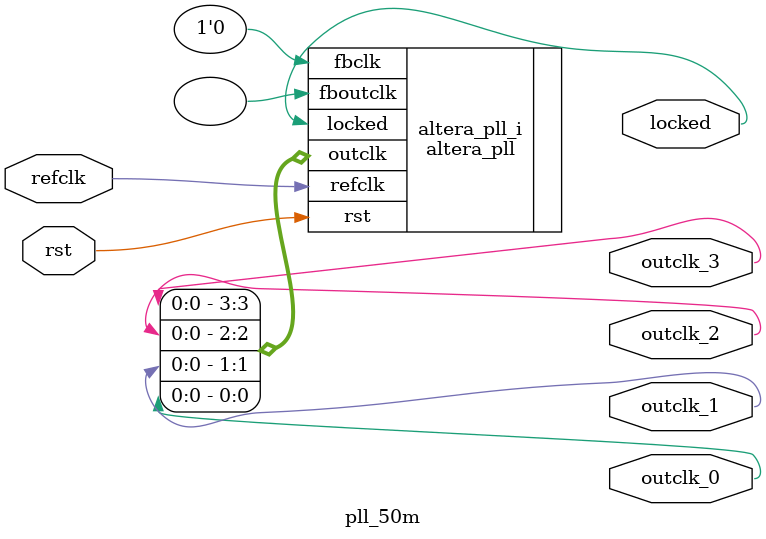
<source format=v>
`timescale 1ns/10ps
module  pll_50m(

    // interface 'refclk'
    input wire refclk,

    // interface 'reset'
    input wire rst,

    // interface 'outclk0'
    output wire outclk_0,

    // interface 'outclk1'
    output wire outclk_1,

    // interface 'outclk2'
    output wire outclk_2,

    // interface 'outclk3'
    output wire outclk_3,

    // interface 'locked'
    output wire locked
);

    altera_pll #(
        .fractional_vco_multiplier("false"),
        .reference_clock_frequency("50.0 MHz"),
        .operation_mode("direct"),
        .number_of_clocks(4),
        .output_clock_frequency0("100.000000 MHz"),
        .phase_shift0("0 ps"),
        .duty_cycle0(50),
        .output_clock_frequency1("25.000000 MHz"),
        .phase_shift1("0 ps"),
        .duty_cycle1(50),
        .output_clock_frequency2("16.000000 MHz"),
        .phase_shift2("0 ps"),
        .duty_cycle2(50),
        .output_clock_frequency3("192.000000 MHz"),
        .phase_shift3("0 ps"),
        .duty_cycle3(50),
        .output_clock_frequency4("0 MHz"),
        .phase_shift4("0 ps"),
        .duty_cycle4(50),
        .output_clock_frequency5("0 MHz"),
        .phase_shift5("0 ps"),
        .duty_cycle5(50),
        .output_clock_frequency6("0 MHz"),
        .phase_shift6("0 ps"),
        .duty_cycle6(50),
        .output_clock_frequency7("0 MHz"),
        .phase_shift7("0 ps"),
        .duty_cycle7(50),
        .output_clock_frequency8("0 MHz"),
        .phase_shift8("0 ps"),
        .duty_cycle8(50),
        .output_clock_frequency9("0 MHz"),
        .phase_shift9("0 ps"),
        .duty_cycle9(50),
        .output_clock_frequency10("0 MHz"),
        .phase_shift10("0 ps"),
        .duty_cycle10(50),
        .output_clock_frequency11("0 MHz"),
        .phase_shift11("0 ps"),
        .duty_cycle11(50),
        .output_clock_frequency12("0 MHz"),
        .phase_shift12("0 ps"),
        .duty_cycle12(50),
        .output_clock_frequency13("0 MHz"),
        .phase_shift13("0 ps"),
        .duty_cycle13(50),
        .output_clock_frequency14("0 MHz"),
        .phase_shift14("0 ps"),
        .duty_cycle14(50),
        .output_clock_frequency15("0 MHz"),
        .phase_shift15("0 ps"),
        .duty_cycle15(50),
        .output_clock_frequency16("0 MHz"),
        .phase_shift16("0 ps"),
        .duty_cycle16(50),
        .output_clock_frequency17("0 MHz"),
        .phase_shift17("0 ps"),
        .duty_cycle17(50),
        .pll_type("General"),
        .pll_subtype("General")
    ) altera_pll_i (
        .rst    (rst),
        .outclk ({outclk_3, outclk_2, outclk_1, outclk_0}),
        .locked (locked),
        .fboutclk   ( ),
        .fbclk  (1'b0),
        .refclk (refclk)
    );
endmodule

</source>
